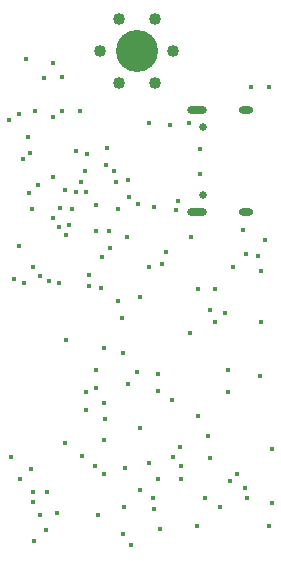
<source format=gbr>
%TF.GenerationSoftware,Altium Limited,Altium Designer,19.0.4 (130)*%
G04 Layer_Color=0*
%FSLAX26Y26*%
%MOIN*%
%TF.FileFunction,Plated,1,4,PTH,Drill*%
%TF.Part,Single*%
G01*
G75*
%TA.AperFunction,ComponentDrill*%
%ADD95C,0.140000*%
%ADD96C,0.040000*%
%ADD97C,0.040000*%
%ADD98C,0.040000*%
%ADD99O,0.047220X0.023620*%
%ADD100O,0.066920X0.023620*%
%TA.AperFunction,ViaDrill,NotFilled*%
%ADD101C,0.017716*%
%ADD102C,0.025591*%
D95*
X3670000Y2790000D02*
D03*
D96*
X3609000Y2895655D02*
D03*
X3731000Y2684345D02*
D03*
D97*
Y2895655D02*
D03*
X3609000Y2684345D02*
D03*
D98*
X3792000Y2790000D02*
D03*
X3548000D02*
D03*
D99*
X4033865Y2593080D02*
D03*
Y2252920D02*
D03*
D100*
X3869305Y2593080D02*
D03*
Y2252920D02*
D03*
D101*
X3962500Y1918000D02*
D03*
X4121053Y1463447D02*
D03*
X3974088Y1728500D02*
D03*
Y1654000D02*
D03*
X3308000Y2504000D02*
D03*
X3627000Y1269000D02*
D03*
X3432000Y1483000D02*
D03*
X3641000Y1679000D02*
D03*
X3562000Y1799000D02*
D03*
X3787000Y1626000D02*
D03*
X3282000Y1363000D02*
D03*
X3914000Y1927000D02*
D03*
X3560000Y1493000D02*
D03*
X3500000Y1595000D02*
D03*
X3501000Y1654000D02*
D03*
X4109000Y1207000D02*
D03*
X4024000Y2195000D02*
D03*
X3245000Y2559000D02*
D03*
X3723000Y1301000D02*
D03*
X3620000Y1900126D02*
D03*
X3551858Y2001000D02*
D03*
X3739000Y1715000D02*
D03*
X3511000Y2008000D02*
D03*
X3435000Y1826000D02*
D03*
X3908000Y1507000D02*
D03*
X4081629Y1707000D02*
D03*
X3802000Y2259000D02*
D03*
X3671000Y1720000D02*
D03*
X3318000Y1396000D02*
D03*
X3790000Y1436000D02*
D03*
X3929000Y1886000D02*
D03*
X3875000Y1997000D02*
D03*
X3278000Y2141000D02*
D03*
X3403000Y1249000D02*
D03*
X3346000Y1245000D02*
D03*
X3742000Y1657000D02*
D03*
X3468000Y2458000D02*
D03*
X3779000Y2545000D02*
D03*
X3710333Y2550000D02*
D03*
X3844000D02*
D03*
X3579000Y2134000D02*
D03*
X3638684Y2171000D02*
D03*
X3755000Y2081000D02*
D03*
X3768000Y2122000D02*
D03*
X3710333Y2069367D02*
D03*
X3554950Y2105000D02*
D03*
X4098465Y2160000D02*
D03*
X3930957Y1996000D02*
D03*
X4034016Y2115000D02*
D03*
X3847000Y1850000D02*
D03*
X3682000Y1971000D02*
D03*
X3991000Y2072000D02*
D03*
X3624000Y1785000D02*
D03*
X3535000Y1728000D02*
D03*
Y1666000D02*
D03*
X3559000Y1618000D02*
D03*
X3914000Y1434000D02*
D03*
X3947000Y1271000D02*
D03*
X4032000Y1334000D02*
D03*
X4084000Y2058000D02*
D03*
X3740000Y1365000D02*
D03*
X3488000Y1442000D02*
D03*
X3679951Y1533494D02*
D03*
X4112000Y2672000D02*
D03*
X4075346Y2107000D02*
D03*
X3359000Y2702000D02*
D03*
X3420000Y2704000D02*
D03*
X3332000Y2590000D02*
D03*
X3300000Y2763000D02*
D03*
X3278000Y2582000D02*
D03*
X3728000Y2271000D02*
D03*
X3249000Y1436000D02*
D03*
X3728000Y1265000D02*
D03*
X3560000Y1382000D02*
D03*
X3338841Y2345000D02*
D03*
X3310000Y2317000D02*
D03*
X3535000Y2277295D02*
D03*
X3429000Y2328000D02*
D03*
X3391786Y2369000D02*
D03*
X3261000Y2030000D02*
D03*
X4084000Y1887000D02*
D03*
X3289000Y2431000D02*
D03*
X3502000Y2322000D02*
D03*
X4052000Y2671000D02*
D03*
X3879000Y2380000D02*
D03*
Y2464000D02*
D03*
X3807000Y2292000D02*
D03*
X3481000Y2592080D02*
D03*
X3392000Y2752000D02*
D03*
X3607000Y1956000D02*
D03*
X3313000Y2451000D02*
D03*
X3347000Y2042000D02*
D03*
X3325000Y2069000D02*
D03*
X3410091Y2016000D02*
D03*
X3378000Y2024000D02*
D03*
X3293000Y2017000D02*
D03*
X3434000Y2176000D02*
D03*
X3412000Y2205000D02*
D03*
X3391786Y2234000D02*
D03*
X3445000Y2210000D02*
D03*
X3413000Y2266000D02*
D03*
X3454000Y2263000D02*
D03*
X3322000D02*
D03*
X3509000Y2045489D02*
D03*
X3466000Y2319000D02*
D03*
X3484000Y2355102D02*
D03*
X3496000Y2390000D02*
D03*
X3505000Y2448000D02*
D03*
X3535000Y2189000D02*
D03*
X3576000Y2190000D02*
D03*
X3608000Y2263000D02*
D03*
X3850000Y2172000D02*
D03*
X3674000Y2282000D02*
D03*
X3644000Y2304000D02*
D03*
X3875000Y1575000D02*
D03*
X3640000Y2360000D02*
D03*
X3599000Y2355102D02*
D03*
X3592874Y2389000D02*
D03*
X3567441Y2410000D02*
D03*
X3572000Y2467000D02*
D03*
X3389000Y2569000D02*
D03*
X3421000Y2589000D02*
D03*
X3541890Y1245000D02*
D03*
X4119000Y1285000D02*
D03*
X3869305Y1206000D02*
D03*
X3369000Y1319000D02*
D03*
X3981000Y1356000D02*
D03*
X3652000Y1144000D02*
D03*
X3328000Y1157000D02*
D03*
X3325000Y1322000D02*
D03*
X3748000Y1196000D02*
D03*
X3818000Y1407000D02*
D03*
X3711910Y1418000D02*
D03*
X3680008Y1328000D02*
D03*
X3630000Y1399000D02*
D03*
X3624000Y1181063D02*
D03*
X3563000Y1565000D02*
D03*
X3530000Y1408000D02*
D03*
X3325000Y1288000D02*
D03*
X3366000Y1193000D02*
D03*
X3818000Y1364000D02*
D03*
X3814000Y1469000D02*
D03*
X3898000Y1301000D02*
D03*
X4004489Y1380000D02*
D03*
X4036000Y1299000D02*
D03*
D102*
X3888985Y2536780D02*
D03*
Y2309220D02*
D03*
%TF.MD5,d9c4d7582a4b3445843eae47f4eab66c*%
M02*

</source>
